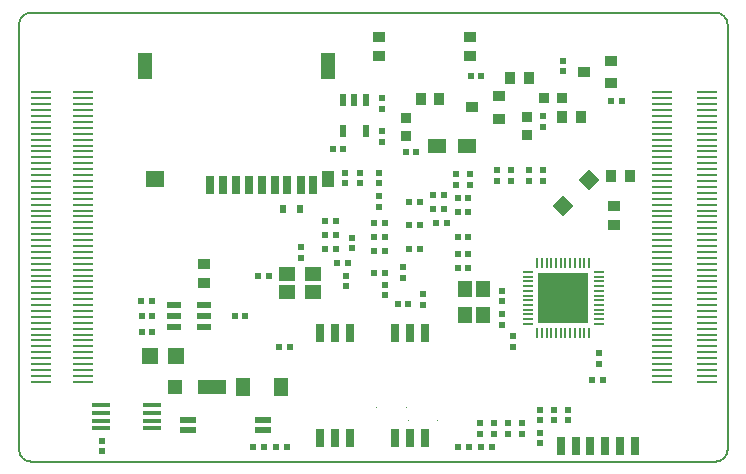
<source format=gtp>
G04*
G04 #@! TF.GenerationSoftware,Altium Limited,Altium Designer,20.0.2 (26)*
G04*
G04 Layer_Color=8421504*
%FSLAX44Y44*%
%MOMM*%
G71*
G01*
G75*
%ADD11C,0.2000*%
%ADD17C,0.0254*%
%ADD18R,0.6000X0.5000*%
%ADD19R,0.5000X0.6000*%
%ADD20R,0.8128X0.8128*%
%ADD21R,1.4000X0.6000*%
%ADD22R,1.4000X1.2000*%
%ADD23R,0.7000X1.6000*%
%ADD24R,1.1000X1.4000*%
%ADD25R,1.6000X1.4000*%
%ADD26R,1.2000X2.2000*%
%ADD27R,1.5000X0.4000*%
%ADD28R,1.2000X1.6000*%
%ADD29R,1.3970X1.3970*%
%ADD30R,1.2700X0.5080*%
%ADD31R,1.0160X0.8890*%
%ADD32R,0.8890X1.0160*%
%ADD33P,1.8385X4X90.0*%
%ADD34R,0.8000X1.6000*%
%ADD35R,1.2000X1.4000*%
%ADD36R,0.6000X0.7000*%
%ADD37R,1.0668X0.8128*%
G04:AMPARAMS|DCode=38|XSize=0.22mm|YSize=0.8mm|CornerRadius=0mm|HoleSize=0mm|Usage=FLASHONLY|Rotation=180.000|XOffset=0mm|YOffset=0mm|HoleType=Round|Shape=RoundedRectangle|*
%AMROUNDEDRECTD38*
21,1,0.2200,0.8000,0,0,180.0*
21,1,0.2200,0.8000,0,0,180.0*
1,1,0.0000,-0.1100,0.4000*
1,1,0.0000,0.1100,0.4000*
1,1,0.0000,0.1100,-0.4000*
1,1,0.0000,-0.1100,-0.4000*
%
%ADD38ROUNDEDRECTD38*%
%ADD39R,4.3000X4.3000*%
G04:AMPARAMS|DCode=40|XSize=0.22mm|YSize=0.8mm|CornerRadius=0mm|HoleSize=0mm|Usage=FLASHONLY|Rotation=270.000|XOffset=0mm|YOffset=0mm|HoleType=Round|Shape=RoundedRectangle|*
%AMROUNDEDRECTD40*
21,1,0.2200,0.8000,0,0,270.0*
21,1,0.2200,0.8000,0,0,270.0*
1,1,0.0000,-0.4000,-0.1100*
1,1,0.0000,-0.4000,0.1100*
1,1,0.0000,0.4000,0.1100*
1,1,0.0000,0.4000,-0.1100*
%
%ADD40ROUNDEDRECTD40*%
%ADD41R,0.7600X1.5200*%
%ADD42R,1.6002X1.2954*%
%ADD43R,1.2000X1.2500*%
%ADD44R,2.4000X1.2500*%
%ADD45R,0.8128X0.8128*%
%ADD46R,0.5000X1.1000*%
%ADD47R,1.8000X0.2500*%
D11*
X-290000Y190000D02*
G03*
X-300000Y180000I0J-10000D01*
G01*
Y-180000D02*
G03*
X-290000Y-190000I10000J0D01*
G01*
X299941Y180000D02*
G03*
X289941Y190000I-10000J0D01*
G01*
Y-190000D02*
G03*
X299941Y-180000I0J10000D01*
G01*
X-290000Y190000D02*
X289941Y190000D01*
X-290000Y-190000D02*
X289941Y-190000D01*
X-300000Y-180000D02*
Y180000D01*
X300000Y-180000D02*
Y180000D01*
D17*
X28993Y-154584D02*
X29000D01*
X2493Y-143984D02*
X2500D01*
X27493D02*
X27500D01*
X53993Y-154584D02*
X54000D01*
D18*
X141270Y-165500D02*
D03*
Y-174500D02*
D03*
X5000Y45500D02*
D03*
Y54500D02*
D03*
X25000Y-34500D02*
D03*
Y-25500D02*
D03*
X-61000Y-8500D02*
D03*
Y-17500D02*
D03*
X-23000Y-41500D02*
D03*
Y-32500D02*
D03*
X-11000Y45500D02*
D03*
Y54500D02*
D03*
X-24000Y45500D02*
D03*
Y54500D02*
D03*
X5000Y34500D02*
D03*
Y25500D02*
D03*
X-18000Y-9500D02*
D03*
Y-500D02*
D03*
X82000Y44500D02*
D03*
Y53500D02*
D03*
X70000Y44500D02*
D03*
Y53500D02*
D03*
X9500Y-49230D02*
D03*
Y-40230D02*
D03*
X42000Y-57500D02*
D03*
Y-48500D02*
D03*
X126080Y-157500D02*
D03*
Y-166500D02*
D03*
X114080Y-157500D02*
D03*
Y-166500D02*
D03*
X102080Y-157500D02*
D03*
Y-166500D02*
D03*
X90080Y-157500D02*
D03*
Y-166500D02*
D03*
X7000Y89500D02*
D03*
Y80500D02*
D03*
X144000Y102500D02*
D03*
Y93500D02*
D03*
Y56500D02*
D03*
Y47500D02*
D03*
X105000D02*
D03*
Y56500D02*
D03*
X118356Y-83994D02*
D03*
Y-92994D02*
D03*
X117000Y47500D02*
D03*
Y56500D02*
D03*
X132000Y47500D02*
D03*
Y56500D02*
D03*
X109000Y-65500D02*
D03*
Y-74500D02*
D03*
Y-54500D02*
D03*
Y-45500D02*
D03*
X-230000Y-181500D02*
D03*
Y-172500D02*
D03*
X191428Y-98420D02*
D03*
Y-107420D02*
D03*
X165270Y-155230D02*
D03*
Y-146230D02*
D03*
X153270Y-155230D02*
D03*
Y-146230D02*
D03*
X141270Y-155230D02*
D03*
Y-146230D02*
D03*
X7000Y117500D02*
D03*
Y108500D02*
D03*
X161000Y149500D02*
D03*
Y140500D02*
D03*
D19*
X194500Y-121000D02*
D03*
X185500D02*
D03*
X80500Y-26000D02*
D03*
X71500D02*
D03*
X-196250Y-80000D02*
D03*
X-187250D02*
D03*
X-40500Y14000D02*
D03*
X-31500D02*
D03*
X-40500Y-10000D02*
D03*
X-31500D02*
D03*
X-40500Y2000D02*
D03*
X-31500D02*
D03*
X50500Y36000D02*
D03*
X59500D02*
D03*
X80500Y21000D02*
D03*
X71500D02*
D03*
X53500Y12000D02*
D03*
X62500D02*
D03*
X50875Y24000D02*
D03*
X59875D02*
D03*
X80500Y-14000D02*
D03*
X71500D02*
D03*
X500Y-30000D02*
D03*
X9500D02*
D03*
X-88500Y-33000D02*
D03*
X-97500D02*
D03*
X29500Y-57000D02*
D03*
X20500D02*
D03*
X80500Y0D02*
D03*
X71500D02*
D03*
X9500Y12000D02*
D03*
X500D02*
D03*
X71500Y33000D02*
D03*
X80500D02*
D03*
X500Y0D02*
D03*
X9500D02*
D03*
X500Y-12000D02*
D03*
X9500D02*
D03*
X-21500Y-22000D02*
D03*
X-30500D02*
D03*
X39500Y10000D02*
D03*
X30500D02*
D03*
X39500Y30000D02*
D03*
X30500D02*
D03*
X-196403Y-53866D02*
D03*
X-187403D02*
D03*
X-117500Y-67000D02*
D03*
X-108500D02*
D03*
X-196250D02*
D03*
X-187250D02*
D03*
X-70500Y-93000D02*
D03*
X-79500D02*
D03*
X39500Y-10000D02*
D03*
X30500D02*
D03*
X80953Y-178000D02*
D03*
X71953D02*
D03*
X91500D02*
D03*
X100500D02*
D03*
X-82053D02*
D03*
X-73053D02*
D03*
X-92500D02*
D03*
X-101500D02*
D03*
X201500Y115000D02*
D03*
X210500D02*
D03*
X36500Y72000D02*
D03*
X27500D02*
D03*
X91500Y136000D02*
D03*
X82500D02*
D03*
X-25500Y75000D02*
D03*
X-34500D02*
D03*
D20*
X130000Y101620D02*
D03*
Y86380D02*
D03*
X28000Y85380D02*
D03*
Y100620D02*
D03*
D21*
X-156500Y-163200D02*
D03*
X-93500D02*
D03*
Y-154800D02*
D03*
X-156500D02*
D03*
D22*
X-73000Y-46500D02*
D03*
X-51000D02*
D03*
Y-31500D02*
D03*
X-73000D02*
D03*
D23*
X-50653Y44118D02*
D03*
X-61606D02*
D03*
X-72656D02*
D03*
X-83623D02*
D03*
X-94590D02*
D03*
X-105630D02*
D03*
X-116646D02*
D03*
X-127606D02*
D03*
X-138659D02*
D03*
D24*
X-38596Y49111D02*
D03*
D25*
X-184616Y49201D02*
D03*
D26*
X-38539Y145201D02*
D03*
X-193626Y145198D02*
D03*
D27*
X-230500Y-162000D02*
D03*
Y-155500D02*
D03*
Y-149000D02*
D03*
Y-142500D02*
D03*
X-187500D02*
D03*
Y-149000D02*
D03*
Y-155500D02*
D03*
Y-162000D02*
D03*
D28*
X-78000Y-127000D02*
D03*
X-110000D02*
D03*
D29*
X-167205Y-101000D02*
D03*
X-188795D02*
D03*
D30*
X-169000Y-57500D02*
D03*
Y-67000D02*
D03*
Y-76500D02*
D03*
X-143000D02*
D03*
Y-67000D02*
D03*
Y-57500D02*
D03*
D31*
X203810Y10269D02*
D03*
Y26271D02*
D03*
X81730Y153499D02*
D03*
Y169501D02*
D03*
X5000Y153499D02*
D03*
Y169501D02*
D03*
X-143000Y-22999D02*
D03*
Y-39001D02*
D03*
D32*
X159999Y102000D02*
D03*
X176001D02*
D03*
X200999Y51366D02*
D03*
X217001D02*
D03*
X56001Y117000D02*
D03*
X39999D02*
D03*
X132001Y135000D02*
D03*
X115999D02*
D03*
D33*
X161000Y26000D02*
D03*
X183000Y48000D02*
D03*
D34*
X221250Y-177000D02*
D03*
X208750D02*
D03*
X196250D02*
D03*
X183750D02*
D03*
X171250D02*
D03*
X158750D02*
D03*
D35*
X77500Y-44000D02*
D03*
Y-66000D02*
D03*
X92500D02*
D03*
Y-44000D02*
D03*
D36*
X-76100Y24000D02*
D03*
X-61900D02*
D03*
D37*
X106544Y100412D02*
D03*
Y119487D02*
D03*
X83608Y109949D02*
D03*
X201544Y130412D02*
D03*
Y149487D02*
D03*
X178608Y139949D02*
D03*
D38*
X162678Y-81495D02*
D03*
X158678D02*
D03*
X154678D02*
D03*
X150678D02*
D03*
X146678D02*
D03*
X142678D02*
D03*
X138678D02*
D03*
X166678D02*
D03*
X170678D02*
D03*
X174678D02*
D03*
X178678D02*
D03*
X182678D02*
D03*
X142678Y-21494D02*
D03*
X138678D02*
D03*
X146678D02*
D03*
X150678D02*
D03*
X182678D02*
D03*
X178678D02*
D03*
X174678D02*
D03*
X170678D02*
D03*
X166678D02*
D03*
X154678D02*
D03*
X158678D02*
D03*
X162678D02*
D03*
D39*
X160678Y-51494D02*
D03*
D40*
X190678Y-53495D02*
D03*
Y-49495D02*
D03*
Y-45494D02*
D03*
Y-57494D02*
D03*
Y-61494D02*
D03*
Y-65494D02*
D03*
Y-69494D02*
D03*
Y-73494D02*
D03*
Y-41494D02*
D03*
Y-37494D02*
D03*
Y-29495D02*
D03*
Y-33495D02*
D03*
X130678Y-69494D02*
D03*
Y-73494D02*
D03*
Y-65494D02*
D03*
Y-61494D02*
D03*
Y-29494D02*
D03*
Y-33494D02*
D03*
Y-37494D02*
D03*
Y-41494D02*
D03*
Y-45494D02*
D03*
Y-57494D02*
D03*
Y-53494D02*
D03*
Y-49494D02*
D03*
D41*
X43520Y-170450D02*
D03*
X30820D02*
D03*
X18120D02*
D03*
X-19980D02*
D03*
X-32680D02*
D03*
X-45380D02*
D03*
X-45520Y-81550D02*
D03*
X-32820D02*
D03*
X-20120D02*
D03*
X17980D02*
D03*
X30680D02*
D03*
X43363D02*
D03*
D42*
X79662Y77270D02*
D03*
X54262D02*
D03*
D43*
X-167500Y-126717D02*
D03*
D44*
X-136750D02*
D03*
D45*
X159620Y118000D02*
D03*
X144380D02*
D03*
D46*
X-6500Y116500D02*
D03*
X-16000D02*
D03*
X-25500D02*
D03*
Y89500D02*
D03*
X-6500D02*
D03*
D47*
X244700Y122500D02*
D03*
X282700D02*
D03*
X244700Y117500D02*
D03*
X282700D02*
D03*
Y112500D02*
D03*
X244700D02*
D03*
X282700Y42500D02*
D03*
X244700D02*
D03*
X282700Y47500D02*
D03*
X244700D02*
D03*
X282700Y52500D02*
D03*
X244700D02*
D03*
X282700Y57500D02*
D03*
X244700D02*
D03*
X282700Y62500D02*
D03*
X244700D02*
D03*
X282700Y67500D02*
D03*
X244700D02*
D03*
Y107500D02*
D03*
X282700D02*
D03*
X244700Y102500D02*
D03*
X282700D02*
D03*
X244700Y97500D02*
D03*
X282700D02*
D03*
X244700Y92500D02*
D03*
X282700D02*
D03*
X244700Y87500D02*
D03*
X282700D02*
D03*
X244700Y82500D02*
D03*
X282700D02*
D03*
X244700Y77500D02*
D03*
X282700D02*
D03*
Y72500D02*
D03*
X244700D02*
D03*
Y-77500D02*
D03*
X282700D02*
D03*
Y-72500D02*
D03*
X244700D02*
D03*
X282700Y-67500D02*
D03*
X244700D02*
D03*
X282700Y-62500D02*
D03*
X244700D02*
D03*
X282700Y-57500D02*
D03*
X244700D02*
D03*
X282700Y-52500D02*
D03*
X244700D02*
D03*
X282700Y-47500D02*
D03*
X244700D02*
D03*
X282700Y-42500D02*
D03*
X244700D02*
D03*
Y-82500D02*
D03*
X282700D02*
D03*
X244700Y-87500D02*
D03*
X282700D02*
D03*
X244700Y-92500D02*
D03*
X282700D02*
D03*
X244700Y-97500D02*
D03*
X282700D02*
D03*
X244700Y-102500D02*
D03*
X282700D02*
D03*
X244700Y-107500D02*
D03*
X282700D02*
D03*
X244700Y-112500D02*
D03*
X282700D02*
D03*
Y-117500D02*
D03*
X244700D02*
D03*
X282700Y-122500D02*
D03*
X244700D02*
D03*
Y-37500D02*
D03*
X282700D02*
D03*
Y-32500D02*
D03*
X244700D02*
D03*
X282700Y-27500D02*
D03*
X244700D02*
D03*
X282700Y-22500D02*
D03*
X244700D02*
D03*
X282700Y-17500D02*
D03*
X244700D02*
D03*
X282700Y-12500D02*
D03*
X244700D02*
D03*
X282700Y-7500D02*
D03*
X244700D02*
D03*
X282700Y-2500D02*
D03*
X244700D02*
D03*
Y37500D02*
D03*
X282700D02*
D03*
X244700Y32500D02*
D03*
X282700D02*
D03*
X244700Y27500D02*
D03*
X282700D02*
D03*
X244700Y22500D02*
D03*
X282700D02*
D03*
X244700Y17500D02*
D03*
X282700D02*
D03*
X244700Y12500D02*
D03*
X282700D02*
D03*
X244700Y7500D02*
D03*
X282700D02*
D03*
Y2500D02*
D03*
X244700D02*
D03*
X-281700Y2500D02*
D03*
Y7500D02*
D03*
Y12500D02*
D03*
Y17500D02*
D03*
Y22500D02*
D03*
Y27500D02*
D03*
Y32500D02*
D03*
Y37500D02*
D03*
Y-2500D02*
D03*
Y-7500D02*
D03*
Y-12500D02*
D03*
Y-17500D02*
D03*
Y-22500D02*
D03*
Y-27500D02*
D03*
Y-32500D02*
D03*
Y-37500D02*
D03*
Y-122500D02*
D03*
Y-117500D02*
D03*
Y-112500D02*
D03*
Y-107500D02*
D03*
Y-102500D02*
D03*
Y-97500D02*
D03*
Y-92500D02*
D03*
Y-87500D02*
D03*
Y-82500D02*
D03*
Y-42500D02*
D03*
Y-47500D02*
D03*
Y-52500D02*
D03*
Y-57500D02*
D03*
Y-62500D02*
D03*
Y-67500D02*
D03*
Y-72500D02*
D03*
Y-77500D02*
D03*
Y72500D02*
D03*
Y77500D02*
D03*
Y82500D02*
D03*
Y87500D02*
D03*
Y92500D02*
D03*
Y97500D02*
D03*
Y102500D02*
D03*
Y107500D02*
D03*
Y67500D02*
D03*
Y62500D02*
D03*
Y57500D02*
D03*
Y52500D02*
D03*
Y47500D02*
D03*
Y42500D02*
D03*
Y112500D02*
D03*
Y117500D02*
D03*
Y122500D02*
D03*
X-245700D02*
D03*
Y117500D02*
D03*
Y112500D02*
D03*
Y42500D02*
D03*
Y47500D02*
D03*
Y52500D02*
D03*
Y57500D02*
D03*
Y62500D02*
D03*
Y67500D02*
D03*
Y107500D02*
D03*
Y102500D02*
D03*
Y97500D02*
D03*
Y92500D02*
D03*
Y87500D02*
D03*
Y82500D02*
D03*
Y77500D02*
D03*
Y72500D02*
D03*
Y-77500D02*
D03*
Y-72500D02*
D03*
Y-67500D02*
D03*
Y-62500D02*
D03*
Y-57500D02*
D03*
Y-52500D02*
D03*
Y-47500D02*
D03*
Y-42500D02*
D03*
Y-82500D02*
D03*
Y-87500D02*
D03*
Y-92500D02*
D03*
Y-97500D02*
D03*
Y-102500D02*
D03*
Y-107500D02*
D03*
Y-112500D02*
D03*
Y-117500D02*
D03*
Y-122500D02*
D03*
Y-37500D02*
D03*
Y-32500D02*
D03*
Y-27500D02*
D03*
Y-22500D02*
D03*
Y-17500D02*
D03*
Y-12500D02*
D03*
Y-7500D02*
D03*
Y-2500D02*
D03*
Y37500D02*
D03*
Y32500D02*
D03*
Y27500D02*
D03*
Y22500D02*
D03*
Y17500D02*
D03*
Y12500D02*
D03*
Y7500D02*
D03*
Y2500D02*
D03*
M02*

</source>
